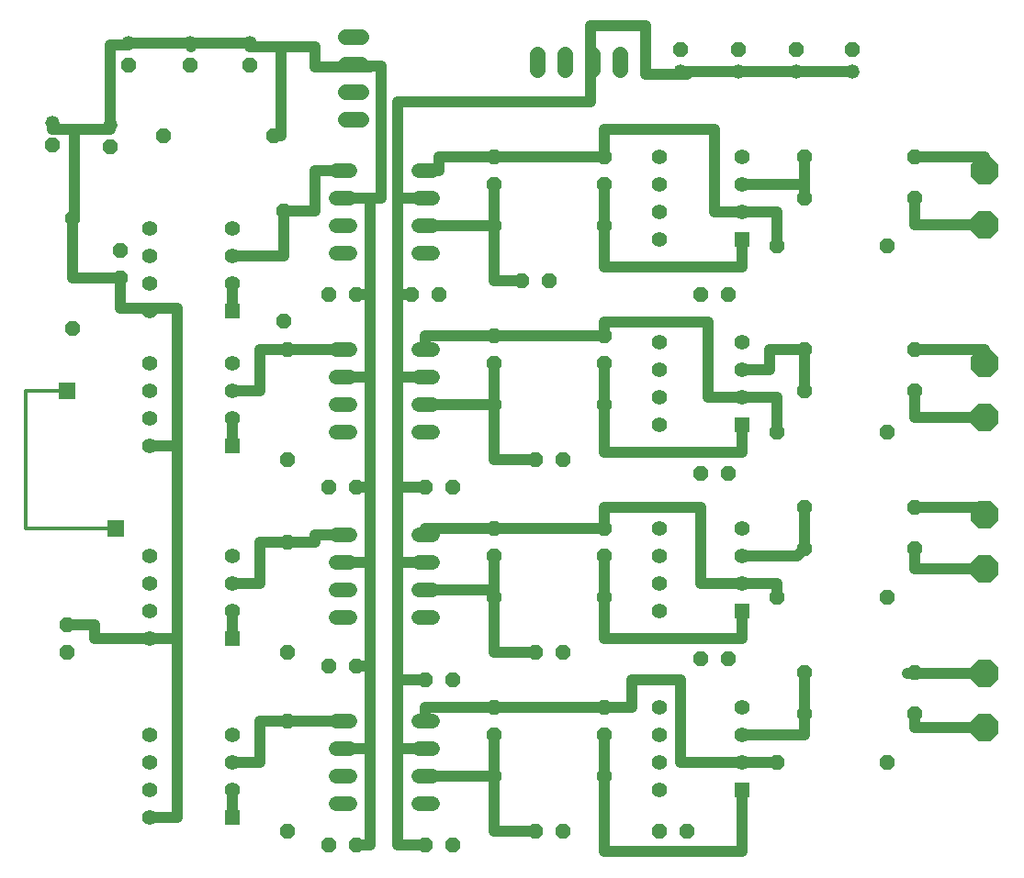
<source format=gbl>
G75*
G70*
%OFA0B0*%
%FSLAX24Y24*%
%IPPOS*%
%LPD*%
%AMOC8*
5,1,8,0,0,1.08239X$1,22.5*
%
%ADD10OC8,0.0520*%
%ADD11C,0.0520*%
%ADD12OC8,0.1000*%
%ADD13C,0.0520*%
%ADD14R,0.0550X0.0550*%
%ADD15C,0.0550*%
%ADD16C,0.0560*%
%ADD17C,0.0400*%
%ADD18R,0.0591X0.0591*%
%ADD19C,0.0120*%
D10*
X002000Y008000D03*
X002000Y009000D03*
X010000Y008000D03*
X011500Y007500D03*
X012500Y007500D03*
X015000Y007000D03*
X016000Y007000D03*
X017500Y006000D03*
X017500Y005000D03*
X017500Y003500D03*
X019000Y001500D03*
X020000Y001500D03*
X021500Y003500D03*
X021500Y005000D03*
X021500Y006000D03*
X020000Y008000D03*
X019000Y008000D03*
X017500Y010000D03*
X017500Y011500D03*
X017500Y012500D03*
X016000Y014000D03*
X015000Y014000D03*
X012500Y014000D03*
X011500Y014000D03*
X010000Y015000D03*
X010000Y012000D03*
X010000Y005500D03*
X010000Y001500D03*
X011500Y001000D03*
X012500Y001000D03*
X015000Y001000D03*
X016000Y001000D03*
X023500Y001500D03*
X024500Y001500D03*
X027750Y004000D03*
X028750Y005750D03*
X028750Y007250D03*
X026000Y007750D03*
X025000Y007750D03*
X027750Y010000D03*
X028750Y011750D03*
X028750Y013250D03*
X026000Y014500D03*
X025000Y014500D03*
X027750Y016000D03*
X028750Y017500D03*
X028750Y019000D03*
X026000Y021000D03*
X025000Y021000D03*
X027750Y022750D03*
X028750Y024500D03*
X028750Y026000D03*
X031750Y022750D03*
X032750Y024500D03*
X032750Y026000D03*
X030500Y029900D03*
X028450Y029900D03*
X026370Y029900D03*
X024250Y029900D03*
X021500Y026000D03*
X021500Y025000D03*
X021500Y023500D03*
X019500Y021500D03*
X018500Y021500D03*
X017500Y019500D03*
X017500Y018500D03*
X017500Y017000D03*
X019000Y015000D03*
X020000Y015000D03*
X021500Y017000D03*
X021500Y018500D03*
X021500Y019500D03*
X017500Y023500D03*
X017500Y025000D03*
X017500Y026000D03*
X015500Y021000D03*
X014500Y021000D03*
X012500Y021000D03*
X011500Y021000D03*
X009838Y020031D03*
X010000Y019000D03*
X009838Y024031D03*
X009500Y026750D03*
X008620Y029316D03*
X006438Y029323D03*
X004227Y029329D03*
X005500Y026750D03*
X003546Y026352D03*
X001459Y026407D03*
X002190Y023760D03*
X003907Y022577D03*
X003907Y021577D03*
X002190Y019760D03*
X021500Y012500D03*
X021500Y011500D03*
X021500Y010000D03*
X031750Y010000D03*
X032750Y011750D03*
X032750Y013250D03*
X031750Y016000D03*
X032750Y017500D03*
X032750Y019000D03*
X032750Y007250D03*
X032750Y005750D03*
X031750Y004000D03*
D11*
X003546Y027152D03*
X001459Y027207D03*
X004227Y030129D03*
X006438Y030123D03*
X008620Y030116D03*
X024250Y029100D03*
X026370Y029100D03*
X028450Y029100D03*
X030500Y029100D03*
D12*
X035303Y025484D03*
X035303Y023516D03*
X035303Y018484D03*
X035303Y016516D03*
X035303Y012984D03*
X035303Y011016D03*
X035303Y007234D03*
X035303Y005266D03*
D13*
X015260Y005500D02*
X014740Y005500D01*
X014740Y004500D02*
X015260Y004500D01*
X015260Y003500D02*
X014740Y003500D01*
X014740Y002500D02*
X015260Y002500D01*
X012260Y002500D02*
X011740Y002500D01*
X011740Y003500D02*
X012260Y003500D01*
X012260Y004500D02*
X011740Y004500D01*
X011740Y005500D02*
X012260Y005500D01*
X012260Y009250D02*
X011740Y009250D01*
X011740Y010250D02*
X012260Y010250D01*
X012260Y011250D02*
X011740Y011250D01*
X011740Y012250D02*
X012260Y012250D01*
X014740Y012250D02*
X015260Y012250D01*
X015260Y011250D02*
X014740Y011250D01*
X014740Y010250D02*
X015260Y010250D01*
X015260Y009250D02*
X014740Y009250D01*
X014740Y016000D02*
X015260Y016000D01*
X015260Y017000D02*
X014740Y017000D01*
X014740Y018000D02*
X015260Y018000D01*
X015260Y019000D02*
X014740Y019000D01*
X012260Y019000D02*
X011740Y019000D01*
X011740Y018000D02*
X012260Y018000D01*
X012260Y017000D02*
X011740Y017000D01*
X011740Y016000D02*
X012260Y016000D01*
X012260Y022500D02*
X011740Y022500D01*
X011740Y023500D02*
X012260Y023500D01*
X012260Y024500D02*
X011740Y024500D01*
X011740Y025500D02*
X012260Y025500D01*
X014740Y025500D02*
X015260Y025500D01*
X015260Y024500D02*
X014740Y024500D01*
X014740Y023500D02*
X015260Y023500D01*
X015260Y022500D02*
X014740Y022500D01*
D14*
X007977Y020382D03*
X008000Y015500D03*
X008000Y008500D03*
X008000Y002000D03*
X026500Y003000D03*
X026500Y009500D03*
X026500Y016250D03*
X026500Y023000D03*
D15*
X005000Y002000D03*
X005000Y003000D03*
X005000Y004000D03*
X005000Y005000D03*
X008000Y005000D03*
X008000Y004000D03*
X008000Y003000D03*
X005000Y008500D03*
X005000Y009500D03*
X005000Y010500D03*
X005000Y011500D03*
X008000Y011500D03*
X008000Y010500D03*
X008000Y009500D03*
X005000Y015500D03*
X005000Y016500D03*
X005000Y017500D03*
X005000Y018500D03*
X004977Y020382D03*
X004977Y021382D03*
X004977Y022382D03*
X004977Y023382D03*
X007977Y023382D03*
X007977Y022382D03*
X007977Y021382D03*
X008000Y018500D03*
X008000Y017500D03*
X008000Y016500D03*
X023500Y016250D03*
X023500Y017250D03*
X023500Y018250D03*
X023500Y019250D03*
X026500Y019250D03*
X026500Y018250D03*
X026500Y017250D03*
X026500Y012500D03*
X026500Y011500D03*
X026500Y010500D03*
X023500Y010500D03*
X023500Y009500D03*
X023500Y011500D03*
X023500Y012500D03*
X023500Y006000D03*
X023500Y005000D03*
X023500Y004000D03*
X023500Y003000D03*
X026500Y004000D03*
X026500Y005000D03*
X026500Y006000D03*
X023500Y023000D03*
X023500Y024000D03*
X023500Y025000D03*
X023500Y026000D03*
X026500Y026000D03*
X026500Y025000D03*
X026500Y024000D03*
D16*
X022039Y029164D02*
X022039Y029724D01*
X021039Y029724D02*
X021039Y029164D01*
X020039Y029164D02*
X020039Y029724D01*
X019039Y029724D02*
X019039Y029164D01*
X012658Y029366D02*
X012098Y029366D01*
X012098Y028366D02*
X012658Y028366D01*
X012658Y027366D02*
X012098Y027366D01*
X012098Y030366D02*
X012658Y030366D01*
D17*
X012378Y029366D02*
X012378Y029250D01*
X011000Y029250D01*
X011000Y030000D01*
X009750Y030000D01*
X008620Y030000D01*
X008620Y030116D01*
X008620Y030123D01*
X006438Y030123D01*
X006500Y030123D01*
X006500Y030129D01*
X004227Y030129D01*
X004227Y030060D01*
X003540Y030060D01*
X003540Y027152D01*
X003546Y027152D01*
X003546Y027000D01*
X002250Y027000D01*
X001459Y027000D01*
X001459Y027207D01*
X001459Y027152D01*
X002250Y027000D02*
X002250Y023760D01*
X002190Y023760D01*
X002190Y021577D01*
X003907Y021577D01*
X003907Y020500D01*
X004977Y020500D01*
X004977Y020382D01*
X004977Y020500D02*
X006000Y020500D01*
X006000Y015500D01*
X005000Y015500D01*
X006000Y015500D02*
X006000Y008500D01*
X005000Y008500D01*
X003000Y008500D01*
X003000Y009000D01*
X002000Y009000D01*
X006000Y008500D02*
X006000Y002000D01*
X005000Y002000D01*
X008000Y002000D02*
X008000Y003000D01*
X008000Y004000D02*
X009000Y004000D01*
X009000Y005500D01*
X010000Y005500D01*
X012000Y005500D01*
X012000Y004500D02*
X013000Y004500D01*
X013000Y007500D01*
X012500Y007500D01*
X013000Y007500D02*
X013000Y011250D01*
X012000Y011250D01*
X011000Y012000D02*
X011000Y012250D01*
X012000Y012250D01*
X011000Y012000D02*
X010000Y012000D01*
X009000Y012000D01*
X009000Y010500D01*
X008000Y010500D01*
X008000Y009500D02*
X008000Y008500D01*
X013000Y011250D02*
X013000Y014000D01*
X012500Y014000D01*
X013000Y014000D02*
X013000Y018000D01*
X012000Y018000D01*
X012000Y019000D02*
X010000Y019000D01*
X009000Y019000D01*
X009000Y017500D01*
X008000Y017500D01*
X008000Y016500D02*
X008000Y015500D01*
X013000Y018000D02*
X013000Y021000D01*
X013000Y024500D01*
X013400Y024500D01*
X013400Y029300D01*
X012750Y029300D01*
X012750Y029250D01*
X013000Y029250D01*
X012750Y029250D02*
X012128Y029250D01*
X012378Y029366D01*
X014000Y028000D02*
X021000Y028000D01*
X021000Y029194D01*
X021000Y029250D01*
X021000Y030750D01*
X023000Y030750D01*
X023000Y029000D01*
X024500Y029000D01*
X024250Y029100D01*
X026370Y029100D01*
X028450Y029100D01*
X030500Y029100D01*
X028750Y026000D02*
X028750Y025000D01*
X026500Y025000D01*
X026500Y024000D02*
X025500Y024000D01*
X025500Y027000D01*
X021500Y027000D01*
X021500Y026000D01*
X017500Y026000D01*
X015500Y026000D01*
X015500Y025500D01*
X015000Y025500D01*
X015000Y024500D02*
X014000Y024500D01*
X014000Y028000D01*
X012000Y025500D02*
X011000Y025500D01*
X011000Y024031D01*
X010000Y024031D01*
X010000Y024000D01*
X010000Y024031D02*
X009838Y024031D01*
X009838Y022382D01*
X007977Y022382D01*
X007977Y021382D02*
X007977Y020382D01*
X012500Y021000D02*
X013000Y021000D01*
X014000Y021000D02*
X014000Y018000D01*
X015000Y018000D01*
X014000Y018000D02*
X014000Y014000D01*
X015000Y014000D01*
X014000Y014000D02*
X014000Y011250D01*
X015000Y011250D01*
X014000Y011250D02*
X014000Y007000D01*
X015000Y007000D01*
X014000Y007000D02*
X014000Y004500D01*
X015000Y004500D01*
X014000Y004500D02*
X014000Y001000D01*
X015000Y001000D01*
X013000Y001000D02*
X013000Y004500D01*
X015000Y005500D02*
X015000Y006000D01*
X017500Y006000D01*
X021500Y006000D01*
X022500Y006000D01*
X022500Y007000D01*
X024250Y007000D01*
X024250Y004000D01*
X026500Y004000D01*
X027750Y004000D01*
X028750Y005000D02*
X026500Y005000D01*
X026500Y003000D02*
X026500Y000750D01*
X021500Y000750D01*
X021500Y003500D01*
X021500Y005000D01*
X019000Y008000D02*
X017500Y008000D01*
X017500Y010000D01*
X017500Y011500D01*
X017500Y012500D02*
X015000Y012500D01*
X015000Y012250D01*
X015000Y010250D02*
X017500Y010250D01*
X017500Y010000D01*
X017500Y012500D02*
X021500Y012500D01*
X021500Y013250D01*
X025000Y013250D01*
X025000Y010500D01*
X026500Y010500D01*
X027750Y010500D01*
X027750Y010000D01*
X026500Y009500D02*
X026500Y008500D01*
X021500Y008500D01*
X021500Y010000D01*
X021500Y011500D01*
X019000Y015000D02*
X017500Y015000D01*
X017500Y017000D01*
X015000Y017000D01*
X015000Y019000D02*
X015000Y019500D01*
X017500Y019500D01*
X021500Y019500D01*
X021500Y020000D01*
X025250Y020000D01*
X025250Y017250D01*
X026500Y017250D01*
X027750Y017250D01*
X027750Y016000D01*
X026500Y016250D02*
X026500Y015250D01*
X021500Y015250D01*
X021500Y017000D01*
X021500Y018500D01*
X018500Y021500D02*
X017500Y021500D01*
X017500Y023500D01*
X015000Y023500D01*
X014000Y024500D02*
X014000Y021000D01*
X014500Y021000D01*
X017500Y018500D02*
X017500Y017000D01*
X021500Y022000D02*
X021500Y023500D01*
X021500Y025000D01*
X021500Y022000D02*
X026500Y022000D01*
X026500Y023000D01*
X026500Y024000D02*
X027750Y024000D01*
X027750Y022750D01*
X028750Y024500D02*
X028750Y025000D01*
X032750Y024500D02*
X032750Y023516D01*
X035303Y023516D01*
X035303Y025484D02*
X035303Y026000D01*
X032750Y026000D01*
X032750Y019000D02*
X035303Y019000D01*
X035303Y018484D01*
X035303Y016516D02*
X032750Y016516D01*
X032750Y017500D01*
X028750Y017500D02*
X028750Y019000D01*
X027500Y019000D01*
X027500Y018250D01*
X026500Y018250D01*
X028750Y013250D02*
X028750Y011750D01*
X028500Y011500D01*
X026500Y011500D01*
X028750Y007250D02*
X028750Y005750D01*
X028750Y005000D01*
X032500Y007234D02*
X032750Y007250D01*
X032500Y007234D02*
X035303Y007234D01*
X035303Y005266D02*
X032750Y005266D01*
X032750Y005750D01*
X032750Y011016D02*
X032750Y011750D01*
X032750Y011016D02*
X035303Y011016D01*
X035303Y012984D02*
X035303Y013250D01*
X032750Y013250D01*
X019000Y001500D02*
X017500Y001500D01*
X017500Y003500D01*
X017500Y005000D01*
X017500Y003500D02*
X015000Y003500D01*
X013000Y001000D02*
X012500Y001000D01*
X017500Y023500D02*
X017500Y025000D01*
X017500Y024000D02*
X017500Y023500D01*
X013000Y024500D02*
X012000Y024500D01*
X009750Y026750D02*
X009750Y030000D01*
X006500Y030000D02*
X006500Y030123D01*
X003546Y027152D02*
X003546Y027129D01*
X009500Y026750D02*
X009750Y026750D01*
X021000Y029194D02*
X021039Y029444D01*
X021039Y029250D01*
X021000Y029250D01*
D18*
X002000Y017500D03*
X003750Y012500D03*
D19*
X000500Y012500D01*
X000500Y017500D01*
X002000Y017500D01*
M02*

</source>
